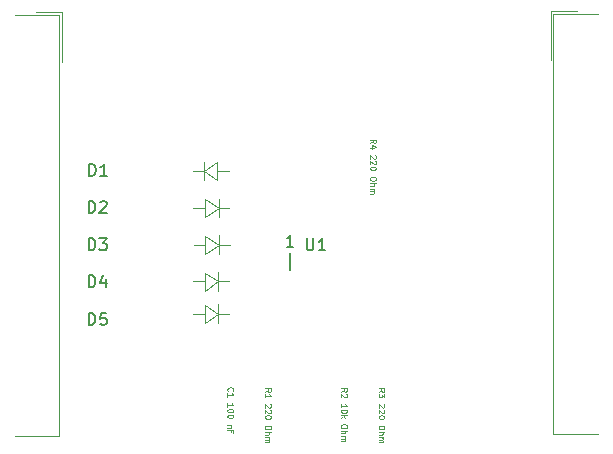
<source format=gbr>
%TF.GenerationSoftware,KiCad,Pcbnew,(6.0.2)*%
%TF.CreationDate,2022-08-16T14:57:48-05:00*%
%TF.ProjectId,REF1300,52454631-3330-4302-9e6b-696361645f70,rev?*%
%TF.SameCoordinates,Original*%
%TF.FileFunction,Legend,Top*%
%TF.FilePolarity,Positive*%
%FSLAX46Y46*%
G04 Gerber Fmt 4.6, Leading zero omitted, Abs format (unit mm)*
G04 Created by KiCad (PCBNEW (6.0.2)) date 2022-08-16 14:57:48*
%MOMM*%
%LPD*%
G01*
G04 APERTURE LIST*
%ADD10C,0.150000*%
%ADD11C,0.125000*%
%ADD12C,0.100000*%
%ADD13C,0.120000*%
G04 APERTURE END LIST*
D10*
X144870714Y-101689380D02*
X144299285Y-101689380D01*
X144585000Y-101689380D02*
X144585000Y-100689380D01*
X144489761Y-100832238D01*
X144394523Y-100927476D01*
X144299285Y-100975095D01*
X144585000Y-103632714D02*
X144585000Y-102204142D01*
%TO.C,*%
D11*
%TO.C,R3 220 Ohm*%
X152074809Y-113970000D02*
X152312904Y-113803333D01*
X152074809Y-113684285D02*
X152574809Y-113684285D01*
X152574809Y-113874761D01*
X152551000Y-113922380D01*
X152527190Y-113946190D01*
X152479571Y-113970000D01*
X152408142Y-113970000D01*
X152360523Y-113946190D01*
X152336714Y-113922380D01*
X152312904Y-113874761D01*
X152312904Y-113684285D01*
X152574809Y-114136666D02*
X152574809Y-114446190D01*
X152384333Y-114279523D01*
X152384333Y-114350952D01*
X152360523Y-114398571D01*
X152336714Y-114422380D01*
X152289095Y-114446190D01*
X152170047Y-114446190D01*
X152122428Y-114422380D01*
X152098619Y-114398571D01*
X152074809Y-114350952D01*
X152074809Y-114208095D01*
X152098619Y-114160476D01*
X152122428Y-114136666D01*
X152527190Y-115017619D02*
X152551000Y-115041428D01*
X152574809Y-115089047D01*
X152574809Y-115208095D01*
X152551000Y-115255714D01*
X152527190Y-115279523D01*
X152479571Y-115303333D01*
X152431952Y-115303333D01*
X152360523Y-115279523D01*
X152074809Y-114993809D01*
X152074809Y-115303333D01*
X152527190Y-115493809D02*
X152551000Y-115517619D01*
X152574809Y-115565238D01*
X152574809Y-115684285D01*
X152551000Y-115731904D01*
X152527190Y-115755714D01*
X152479571Y-115779523D01*
X152431952Y-115779523D01*
X152360523Y-115755714D01*
X152074809Y-115470000D01*
X152074809Y-115779523D01*
X152574809Y-116089047D02*
X152574809Y-116136666D01*
X152551000Y-116184285D01*
X152527190Y-116208095D01*
X152479571Y-116231904D01*
X152384333Y-116255714D01*
X152265285Y-116255714D01*
X152170047Y-116231904D01*
X152122428Y-116208095D01*
X152098619Y-116184285D01*
X152074809Y-116136666D01*
X152074809Y-116089047D01*
X152098619Y-116041428D01*
X152122428Y-116017619D01*
X152170047Y-115993809D01*
X152265285Y-115970000D01*
X152384333Y-115970000D01*
X152479571Y-115993809D01*
X152527190Y-116017619D01*
X152551000Y-116041428D01*
X152574809Y-116089047D01*
X152574809Y-116946190D02*
X152574809Y-117041428D01*
X152551000Y-117089047D01*
X152503380Y-117136666D01*
X152408142Y-117160476D01*
X152241476Y-117160476D01*
X152146238Y-117136666D01*
X152098619Y-117089047D01*
X152074809Y-117041428D01*
X152074809Y-116946190D01*
X152098619Y-116898571D01*
X152146238Y-116850952D01*
X152241476Y-116827142D01*
X152408142Y-116827142D01*
X152503380Y-116850952D01*
X152551000Y-116898571D01*
X152574809Y-116946190D01*
X152074809Y-117374761D02*
X152574809Y-117374761D01*
X152074809Y-117589047D02*
X152336714Y-117589047D01*
X152384333Y-117565238D01*
X152408142Y-117517619D01*
X152408142Y-117446190D01*
X152384333Y-117398571D01*
X152360523Y-117374761D01*
X152074809Y-117827142D02*
X152408142Y-117827142D01*
X152360523Y-117827142D02*
X152384333Y-117850952D01*
X152408142Y-117898571D01*
X152408142Y-117970000D01*
X152384333Y-118017619D01*
X152336714Y-118041428D01*
X152074809Y-118041428D01*
X152336714Y-118041428D02*
X152384333Y-118065238D01*
X152408142Y-118112857D01*
X152408142Y-118184285D01*
X152384333Y-118231904D01*
X152336714Y-118255714D01*
X152074809Y-118255714D01*
%TO.C,R4 220 Ohm*%
X151362809Y-92908000D02*
X151600904Y-92741333D01*
X151362809Y-92622285D02*
X151862809Y-92622285D01*
X151862809Y-92812761D01*
X151839000Y-92860380D01*
X151815190Y-92884190D01*
X151767571Y-92908000D01*
X151696142Y-92908000D01*
X151648523Y-92884190D01*
X151624714Y-92860380D01*
X151600904Y-92812761D01*
X151600904Y-92622285D01*
X151696142Y-93336571D02*
X151362809Y-93336571D01*
X151886619Y-93217523D02*
X151529476Y-93098476D01*
X151529476Y-93408000D01*
X151815190Y-93955619D02*
X151839000Y-93979428D01*
X151862809Y-94027047D01*
X151862809Y-94146095D01*
X151839000Y-94193714D01*
X151815190Y-94217523D01*
X151767571Y-94241333D01*
X151719952Y-94241333D01*
X151648523Y-94217523D01*
X151362809Y-93931809D01*
X151362809Y-94241333D01*
X151815190Y-94431809D02*
X151839000Y-94455619D01*
X151862809Y-94503238D01*
X151862809Y-94622285D01*
X151839000Y-94669904D01*
X151815190Y-94693714D01*
X151767571Y-94717523D01*
X151719952Y-94717523D01*
X151648523Y-94693714D01*
X151362809Y-94408000D01*
X151362809Y-94717523D01*
X151862809Y-95027047D02*
X151862809Y-95074666D01*
X151839000Y-95122285D01*
X151815190Y-95146095D01*
X151767571Y-95169904D01*
X151672333Y-95193714D01*
X151553285Y-95193714D01*
X151458047Y-95169904D01*
X151410428Y-95146095D01*
X151386619Y-95122285D01*
X151362809Y-95074666D01*
X151362809Y-95027047D01*
X151386619Y-94979428D01*
X151410428Y-94955619D01*
X151458047Y-94931809D01*
X151553285Y-94908000D01*
X151672333Y-94908000D01*
X151767571Y-94931809D01*
X151815190Y-94955619D01*
X151839000Y-94979428D01*
X151862809Y-95027047D01*
X151862809Y-95884190D02*
X151862809Y-95979428D01*
X151839000Y-96027047D01*
X151791380Y-96074666D01*
X151696142Y-96098476D01*
X151529476Y-96098476D01*
X151434238Y-96074666D01*
X151386619Y-96027047D01*
X151362809Y-95979428D01*
X151362809Y-95884190D01*
X151386619Y-95836571D01*
X151434238Y-95788952D01*
X151529476Y-95765142D01*
X151696142Y-95765142D01*
X151791380Y-95788952D01*
X151839000Y-95836571D01*
X151862809Y-95884190D01*
X151362809Y-96312761D02*
X151862809Y-96312761D01*
X151362809Y-96527047D02*
X151624714Y-96527047D01*
X151672333Y-96503238D01*
X151696142Y-96455619D01*
X151696142Y-96384190D01*
X151672333Y-96336571D01*
X151648523Y-96312761D01*
X151362809Y-96765142D02*
X151696142Y-96765142D01*
X151648523Y-96765142D02*
X151672333Y-96788952D01*
X151696142Y-96836571D01*
X151696142Y-96908000D01*
X151672333Y-96955619D01*
X151624714Y-96979428D01*
X151362809Y-96979428D01*
X151624714Y-96979428D02*
X151672333Y-97003238D01*
X151696142Y-97050857D01*
X151696142Y-97122285D01*
X151672333Y-97169904D01*
X151624714Y-97193714D01*
X151362809Y-97193714D01*
D10*
%TO.C,U1*%
X145992095Y-100984380D02*
X145992095Y-101793904D01*
X146039714Y-101889142D01*
X146087333Y-101936761D01*
X146182571Y-101984380D01*
X146373047Y-101984380D01*
X146468285Y-101936761D01*
X146515904Y-101889142D01*
X146563523Y-101793904D01*
X146563523Y-100984380D01*
X147563523Y-101984380D02*
X146992095Y-101984380D01*
X147277809Y-101984380D02*
X147277809Y-100984380D01*
X147182571Y-101127238D01*
X147087333Y-101222476D01*
X146992095Y-101270095D01*
D11*
%TO.C,C1 100 nF*%
X139329428Y-113904952D02*
X139305619Y-113881142D01*
X139281809Y-113809714D01*
X139281809Y-113762095D01*
X139305619Y-113690666D01*
X139353238Y-113643047D01*
X139400857Y-113619238D01*
X139496095Y-113595428D01*
X139567523Y-113595428D01*
X139662761Y-113619238D01*
X139710380Y-113643047D01*
X139758000Y-113690666D01*
X139781809Y-113762095D01*
X139781809Y-113809714D01*
X139758000Y-113881142D01*
X139734190Y-113904952D01*
X139281809Y-114381142D02*
X139281809Y-114095428D01*
X139281809Y-114238285D02*
X139781809Y-114238285D01*
X139710380Y-114190666D01*
X139662761Y-114143047D01*
X139638952Y-114095428D01*
X139281809Y-115238285D02*
X139281809Y-114952571D01*
X139281809Y-115095428D02*
X139781809Y-115095428D01*
X139710380Y-115047809D01*
X139662761Y-115000190D01*
X139638952Y-114952571D01*
X139781809Y-115547809D02*
X139781809Y-115595428D01*
X139758000Y-115643047D01*
X139734190Y-115666857D01*
X139686571Y-115690666D01*
X139591333Y-115714476D01*
X139472285Y-115714476D01*
X139377047Y-115690666D01*
X139329428Y-115666857D01*
X139305619Y-115643047D01*
X139281809Y-115595428D01*
X139281809Y-115547809D01*
X139305619Y-115500190D01*
X139329428Y-115476380D01*
X139377047Y-115452571D01*
X139472285Y-115428761D01*
X139591333Y-115428761D01*
X139686571Y-115452571D01*
X139734190Y-115476380D01*
X139758000Y-115500190D01*
X139781809Y-115547809D01*
X139781809Y-116024000D02*
X139781809Y-116071619D01*
X139758000Y-116119238D01*
X139734190Y-116143047D01*
X139686571Y-116166857D01*
X139591333Y-116190666D01*
X139472285Y-116190666D01*
X139377047Y-116166857D01*
X139329428Y-116143047D01*
X139305619Y-116119238D01*
X139281809Y-116071619D01*
X139281809Y-116024000D01*
X139305619Y-115976380D01*
X139329428Y-115952571D01*
X139377047Y-115928761D01*
X139472285Y-115904952D01*
X139591333Y-115904952D01*
X139686571Y-115928761D01*
X139734190Y-115952571D01*
X139758000Y-115976380D01*
X139781809Y-116024000D01*
X139615142Y-116785904D02*
X139281809Y-116785904D01*
X139567523Y-116785904D02*
X139591333Y-116809714D01*
X139615142Y-116857333D01*
X139615142Y-116928761D01*
X139591333Y-116976380D01*
X139543714Y-117000190D01*
X139281809Y-117000190D01*
X139543714Y-117404952D02*
X139543714Y-117238285D01*
X139281809Y-117238285D02*
X139781809Y-117238285D01*
X139781809Y-117476380D01*
D10*
%TO.C,D4*%
X127534904Y-105117380D02*
X127534904Y-104117380D01*
X127773000Y-104117380D01*
X127915857Y-104165000D01*
X128011095Y-104260238D01*
X128058714Y-104355476D01*
X128106333Y-104545952D01*
X128106333Y-104688809D01*
X128058714Y-104879285D01*
X128011095Y-104974523D01*
X127915857Y-105069761D01*
X127773000Y-105117380D01*
X127534904Y-105117380D01*
X128963476Y-104450714D02*
X128963476Y-105117380D01*
X128725380Y-104069761D02*
X128487285Y-104784047D01*
X129106333Y-104784047D01*
%TO.C,D5*%
X127534904Y-108315380D02*
X127534904Y-107315380D01*
X127773000Y-107315380D01*
X127915857Y-107363000D01*
X128011095Y-107458238D01*
X128058714Y-107553476D01*
X128106333Y-107743952D01*
X128106333Y-107886809D01*
X128058714Y-108077285D01*
X128011095Y-108172523D01*
X127915857Y-108267761D01*
X127773000Y-108315380D01*
X127534904Y-108315380D01*
X129011095Y-107315380D02*
X128534904Y-107315380D01*
X128487285Y-107791571D01*
X128534904Y-107743952D01*
X128630142Y-107696333D01*
X128868238Y-107696333D01*
X128963476Y-107743952D01*
X129011095Y-107791571D01*
X129058714Y-107886809D01*
X129058714Y-108124904D01*
X129011095Y-108220142D01*
X128963476Y-108267761D01*
X128868238Y-108315380D01*
X128630142Y-108315380D01*
X128534904Y-108267761D01*
X128487285Y-108220142D01*
%TO.C,D3*%
X127531904Y-101985380D02*
X127531904Y-100985380D01*
X127770000Y-100985380D01*
X127912857Y-101033000D01*
X128008095Y-101128238D01*
X128055714Y-101223476D01*
X128103333Y-101413952D01*
X128103333Y-101556809D01*
X128055714Y-101747285D01*
X128008095Y-101842523D01*
X127912857Y-101937761D01*
X127770000Y-101985380D01*
X127531904Y-101985380D01*
X128436666Y-100985380D02*
X129055714Y-100985380D01*
X128722380Y-101366333D01*
X128865238Y-101366333D01*
X128960476Y-101413952D01*
X129008095Y-101461571D01*
X129055714Y-101556809D01*
X129055714Y-101794904D01*
X129008095Y-101890142D01*
X128960476Y-101937761D01*
X128865238Y-101985380D01*
X128579523Y-101985380D01*
X128484285Y-101937761D01*
X128436666Y-101890142D01*
%TO.C,D1*%
X127558904Y-95683380D02*
X127558904Y-94683380D01*
X127797000Y-94683380D01*
X127939857Y-94731000D01*
X128035095Y-94826238D01*
X128082714Y-94921476D01*
X128130333Y-95111952D01*
X128130333Y-95254809D01*
X128082714Y-95445285D01*
X128035095Y-95540523D01*
X127939857Y-95635761D01*
X127797000Y-95683380D01*
X127558904Y-95683380D01*
X129082714Y-95683380D02*
X128511285Y-95683380D01*
X128797000Y-95683380D02*
X128797000Y-94683380D01*
X128701761Y-94826238D01*
X128606523Y-94921476D01*
X128511285Y-94969095D01*
%TO.C,D2*%
X127536904Y-98817380D02*
X127536904Y-97817380D01*
X127775000Y-97817380D01*
X127917857Y-97865000D01*
X128013095Y-97960238D01*
X128060714Y-98055476D01*
X128108333Y-98245952D01*
X128108333Y-98388809D01*
X128060714Y-98579285D01*
X128013095Y-98674523D01*
X127917857Y-98769761D01*
X127775000Y-98817380D01*
X127536904Y-98817380D01*
X128489285Y-97912619D02*
X128536904Y-97865000D01*
X128632142Y-97817380D01*
X128870238Y-97817380D01*
X128965476Y-97865000D01*
X129013095Y-97912619D01*
X129060714Y-98007857D01*
X129060714Y-98103095D01*
X129013095Y-98245952D01*
X128441666Y-98817380D01*
X129060714Y-98817380D01*
D11*
%TO.C,R1 220 Ohm*%
X142464809Y-113970000D02*
X142702904Y-113803333D01*
X142464809Y-113684285D02*
X142964809Y-113684285D01*
X142964809Y-113874761D01*
X142941000Y-113922380D01*
X142917190Y-113946190D01*
X142869571Y-113970000D01*
X142798142Y-113970000D01*
X142750523Y-113946190D01*
X142726714Y-113922380D01*
X142702904Y-113874761D01*
X142702904Y-113684285D01*
X142464809Y-114446190D02*
X142464809Y-114160476D01*
X142464809Y-114303333D02*
X142964809Y-114303333D01*
X142893380Y-114255714D01*
X142845761Y-114208095D01*
X142821952Y-114160476D01*
X142917190Y-115017619D02*
X142941000Y-115041428D01*
X142964809Y-115089047D01*
X142964809Y-115208095D01*
X142941000Y-115255714D01*
X142917190Y-115279523D01*
X142869571Y-115303333D01*
X142821952Y-115303333D01*
X142750523Y-115279523D01*
X142464809Y-114993809D01*
X142464809Y-115303333D01*
X142917190Y-115493809D02*
X142941000Y-115517619D01*
X142964809Y-115565238D01*
X142964809Y-115684285D01*
X142941000Y-115731904D01*
X142917190Y-115755714D01*
X142869571Y-115779523D01*
X142821952Y-115779523D01*
X142750523Y-115755714D01*
X142464809Y-115470000D01*
X142464809Y-115779523D01*
X142964809Y-116089047D02*
X142964809Y-116136666D01*
X142941000Y-116184285D01*
X142917190Y-116208095D01*
X142869571Y-116231904D01*
X142774333Y-116255714D01*
X142655285Y-116255714D01*
X142560047Y-116231904D01*
X142512428Y-116208095D01*
X142488619Y-116184285D01*
X142464809Y-116136666D01*
X142464809Y-116089047D01*
X142488619Y-116041428D01*
X142512428Y-116017619D01*
X142560047Y-115993809D01*
X142655285Y-115970000D01*
X142774333Y-115970000D01*
X142869571Y-115993809D01*
X142917190Y-116017619D01*
X142941000Y-116041428D01*
X142964809Y-116089047D01*
X142964809Y-116946190D02*
X142964809Y-117041428D01*
X142941000Y-117089047D01*
X142893380Y-117136666D01*
X142798142Y-117160476D01*
X142631476Y-117160476D01*
X142536238Y-117136666D01*
X142488619Y-117089047D01*
X142464809Y-117041428D01*
X142464809Y-116946190D01*
X142488619Y-116898571D01*
X142536238Y-116850952D01*
X142631476Y-116827142D01*
X142798142Y-116827142D01*
X142893380Y-116850952D01*
X142941000Y-116898571D01*
X142964809Y-116946190D01*
X142464809Y-117374761D02*
X142964809Y-117374761D01*
X142464809Y-117589047D02*
X142726714Y-117589047D01*
X142774333Y-117565238D01*
X142798142Y-117517619D01*
X142798142Y-117446190D01*
X142774333Y-117398571D01*
X142750523Y-117374761D01*
X142464809Y-117827142D02*
X142798142Y-117827142D01*
X142750523Y-117827142D02*
X142774333Y-117850952D01*
X142798142Y-117898571D01*
X142798142Y-117970000D01*
X142774333Y-118017619D01*
X142726714Y-118041428D01*
X142464809Y-118041428D01*
X142726714Y-118041428D02*
X142774333Y-118065238D01*
X142798142Y-118112857D01*
X142798142Y-118184285D01*
X142774333Y-118231904D01*
X142726714Y-118255714D01*
X142464809Y-118255714D01*
%TO.C,R2 10k Ohm*%
X148891809Y-113946714D02*
X149129904Y-113780047D01*
X148891809Y-113661000D02*
X149391809Y-113661000D01*
X149391809Y-113851476D01*
X149368000Y-113899095D01*
X149344190Y-113922904D01*
X149296571Y-113946714D01*
X149225142Y-113946714D01*
X149177523Y-113922904D01*
X149153714Y-113899095D01*
X149129904Y-113851476D01*
X149129904Y-113661000D01*
X149344190Y-114137190D02*
X149368000Y-114161000D01*
X149391809Y-114208619D01*
X149391809Y-114327666D01*
X149368000Y-114375285D01*
X149344190Y-114399095D01*
X149296571Y-114422904D01*
X149248952Y-114422904D01*
X149177523Y-114399095D01*
X148891809Y-114113380D01*
X148891809Y-114422904D01*
X148891809Y-115280047D02*
X148891809Y-114994333D01*
X148891809Y-115137190D02*
X149391809Y-115137190D01*
X149320380Y-115089571D01*
X149272761Y-115041952D01*
X149248952Y-114994333D01*
X149391809Y-115589571D02*
X149391809Y-115637190D01*
X149368000Y-115684809D01*
X149344190Y-115708619D01*
X149296571Y-115732428D01*
X149201333Y-115756238D01*
X149082285Y-115756238D01*
X148987047Y-115732428D01*
X148939428Y-115708619D01*
X148915619Y-115684809D01*
X148891809Y-115637190D01*
X148891809Y-115589571D01*
X148915619Y-115541952D01*
X148939428Y-115518142D01*
X148987047Y-115494333D01*
X149082285Y-115470523D01*
X149201333Y-115470523D01*
X149296571Y-115494333D01*
X149344190Y-115518142D01*
X149368000Y-115541952D01*
X149391809Y-115589571D01*
X148891809Y-115970523D02*
X149391809Y-115970523D01*
X149082285Y-116018142D02*
X148891809Y-116161000D01*
X149225142Y-116161000D02*
X149034666Y-115970523D01*
X149391809Y-116851476D02*
X149391809Y-116946714D01*
X149368000Y-116994333D01*
X149320380Y-117041952D01*
X149225142Y-117065761D01*
X149058476Y-117065761D01*
X148963238Y-117041952D01*
X148915619Y-116994333D01*
X148891809Y-116946714D01*
X148891809Y-116851476D01*
X148915619Y-116803857D01*
X148963238Y-116756238D01*
X149058476Y-116732428D01*
X149225142Y-116732428D01*
X149320380Y-116756238D01*
X149368000Y-116803857D01*
X149391809Y-116851476D01*
X148891809Y-117280047D02*
X149391809Y-117280047D01*
X148891809Y-117494333D02*
X149153714Y-117494333D01*
X149201333Y-117470523D01*
X149225142Y-117422904D01*
X149225142Y-117351476D01*
X149201333Y-117303857D01*
X149177523Y-117280047D01*
X148891809Y-117732428D02*
X149225142Y-117732428D01*
X149177523Y-117732428D02*
X149201333Y-117756238D01*
X149225142Y-117803857D01*
X149225142Y-117875285D01*
X149201333Y-117922904D01*
X149153714Y-117946714D01*
X148891809Y-117946714D01*
X149153714Y-117946714D02*
X149201333Y-117970523D01*
X149225142Y-118018142D01*
X149225142Y-118089571D01*
X149201333Y-118137190D01*
X149153714Y-118161000D01*
X148891809Y-118161000D01*
D12*
%TO.C,*%
X137370950Y-107359000D02*
X136372730Y-107359000D01*
X138521570Y-107359000D02*
X139423270Y-107359000D01*
X138521570Y-108159100D02*
X138521570Y-106558900D01*
X138521570Y-107359000D02*
X137370950Y-108159100D01*
X137370950Y-106609700D02*
X137370950Y-108159100D01*
X138521570Y-107359000D02*
X137370950Y-106609700D01*
X137345950Y-104625000D02*
X136347730Y-104625000D01*
X138496570Y-104625000D02*
X139398270Y-104625000D01*
X138496570Y-105425100D02*
X138496570Y-103824900D01*
X138496570Y-104625000D02*
X137345950Y-105425100D01*
X137345950Y-103875700D02*
X137345950Y-105425100D01*
X138496570Y-104625000D02*
X137345950Y-103875700D01*
X137405950Y-101530000D02*
X136407730Y-101530000D01*
X138556570Y-101530000D02*
X139458270Y-101530000D01*
X138556570Y-102330100D02*
X138556570Y-100729900D01*
X138556570Y-101530000D02*
X137405950Y-102330100D01*
X137405950Y-100780700D02*
X137405950Y-102330100D01*
X138556570Y-101530000D02*
X137405950Y-100780700D01*
X138409050Y-95271000D02*
X139407270Y-95271000D01*
X137258430Y-95271000D02*
X136356730Y-95271000D01*
X137258430Y-94470900D02*
X137258430Y-96071100D01*
X137258430Y-95271000D02*
X138409050Y-94470900D01*
X138409050Y-96020300D02*
X138409050Y-94470900D01*
X137258430Y-95271000D02*
X138409050Y-96020300D01*
X137390530Y-98409000D02*
X136392310Y-98409000D01*
X138541150Y-98409000D02*
X139442850Y-98409000D01*
X138541150Y-99209100D02*
X138541150Y-97608900D01*
X138541150Y-98409000D02*
X137390530Y-99209100D01*
X137390530Y-97659700D02*
X137390530Y-99209100D01*
X138541150Y-98409000D02*
X137390530Y-97659700D01*
D13*
%TO.C,J2*%
X166637000Y-81719667D02*
X166637000Y-85913000D01*
X166877000Y-81959667D02*
X166877000Y-117566333D01*
X170617000Y-81959667D02*
X166877000Y-81959667D01*
X166877000Y-117566333D02*
X170617000Y-117566333D01*
X168877000Y-81719667D02*
X166637000Y-81719667D01*
%TO.C,J1*%
X125059000Y-82069667D02*
X121319000Y-82069667D01*
X123059000Y-81829667D02*
X125299000Y-81829667D01*
X121319000Y-117676333D02*
X125059000Y-117676333D01*
X125059000Y-117676333D02*
X125059000Y-82069667D01*
X125299000Y-81829667D02*
X125299000Y-86023000D01*
%TD*%
M02*

</source>
